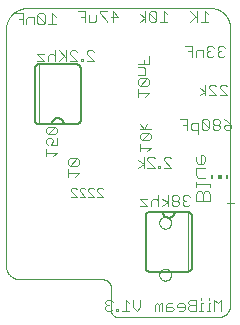
<source format=gbo>
G75*
%MOIN*%
%OFA0B0*%
%FSLAX25Y25*%
%IPPOS*%
%LPD*%
%AMOC8*
5,1,8,0,0,1.08239X$1,22.5*
%
%ADD10C,0.00000*%
%ADD11C,0.00300*%
%ADD12C,0.00400*%
%ADD13C,0.00600*%
%ADD14C,0.00200*%
%ADD15R,0.00591X0.01181*%
%ADD16R,0.01181X0.01181*%
D10*
X0016292Y0013630D02*
X0043885Y0013630D01*
X0043986Y0013628D01*
X0044087Y0013622D01*
X0044188Y0013613D01*
X0044288Y0013599D01*
X0044388Y0013582D01*
X0044487Y0013561D01*
X0044585Y0013536D01*
X0044682Y0013507D01*
X0044778Y0013475D01*
X0044872Y0013439D01*
X0044965Y0013399D01*
X0045057Y0013356D01*
X0045147Y0013309D01*
X0045235Y0013259D01*
X0045321Y0013206D01*
X0045404Y0013149D01*
X0045486Y0013089D01*
X0045565Y0013027D01*
X0045642Y0012961D01*
X0045716Y0012892D01*
X0045788Y0012820D01*
X0045857Y0012746D01*
X0045923Y0012669D01*
X0045985Y0012590D01*
X0046045Y0012508D01*
X0046102Y0012425D01*
X0046155Y0012339D01*
X0046205Y0012251D01*
X0046252Y0012161D01*
X0046295Y0012069D01*
X0046335Y0011976D01*
X0046371Y0011882D01*
X0046403Y0011786D01*
X0046432Y0011689D01*
X0046457Y0011591D01*
X0046478Y0011492D01*
X0046495Y0011392D01*
X0046509Y0011292D01*
X0046518Y0011191D01*
X0046524Y0011090D01*
X0046526Y0010989D01*
X0046526Y0003552D01*
X0046525Y0003552D02*
X0046527Y0003453D01*
X0046533Y0003354D01*
X0046542Y0003256D01*
X0046556Y0003158D01*
X0046573Y0003060D01*
X0046595Y0002963D01*
X0046620Y0002868D01*
X0046648Y0002773D01*
X0046681Y0002679D01*
X0046717Y0002587D01*
X0046757Y0002497D01*
X0046800Y0002407D01*
X0046846Y0002320D01*
X0046896Y0002235D01*
X0046950Y0002151D01*
X0047006Y0002070D01*
X0047066Y0001991D01*
X0047129Y0001915D01*
X0047195Y0001841D01*
X0047263Y0001769D01*
X0047335Y0001701D01*
X0047409Y0001635D01*
X0047485Y0001572D01*
X0047564Y0001512D01*
X0047645Y0001456D01*
X0047729Y0001402D01*
X0047814Y0001352D01*
X0047901Y0001306D01*
X0047991Y0001263D01*
X0048081Y0001223D01*
X0048173Y0001187D01*
X0048267Y0001154D01*
X0048362Y0001126D01*
X0048457Y0001101D01*
X0048554Y0001079D01*
X0048652Y0001062D01*
X0048750Y0001048D01*
X0048848Y0001039D01*
X0048947Y0001033D01*
X0049046Y0001031D01*
X0082588Y0001031D01*
X0082714Y0001045D01*
X0082839Y0001063D01*
X0082964Y0001085D01*
X0083088Y0001110D01*
X0083211Y0001140D01*
X0083333Y0001173D01*
X0083455Y0001210D01*
X0083575Y0001251D01*
X0083693Y0001295D01*
X0083811Y0001343D01*
X0083926Y0001395D01*
X0084040Y0001450D01*
X0084153Y0001508D01*
X0084263Y0001570D01*
X0084372Y0001636D01*
X0084478Y0001704D01*
X0084583Y0001776D01*
X0084685Y0001852D01*
X0084784Y0001930D01*
X0084881Y0002011D01*
X0084976Y0002095D01*
X0085068Y0002182D01*
X0085157Y0002272D01*
X0085244Y0002365D01*
X0085327Y0002460D01*
X0085408Y0002558D01*
X0085486Y0002658D01*
X0085560Y0002761D01*
X0085631Y0002865D01*
X0085699Y0002972D01*
X0085764Y0003081D01*
X0085825Y0003192D01*
X0085883Y0003305D01*
X0085937Y0003419D01*
X0085988Y0003535D01*
X0086035Y0003653D01*
X0086079Y0003772D01*
X0086119Y0003892D01*
X0086155Y0004014D01*
X0086187Y0004136D01*
X0086216Y0004260D01*
X0086241Y0004384D01*
X0086261Y0004509D01*
X0086279Y0004635D01*
X0086292Y0004761D01*
X0086301Y0004887D01*
X0086306Y0005013D01*
X0086308Y0005140D01*
X0086306Y0005267D01*
X0086299Y0005393D01*
X0086289Y0005520D01*
X0086289Y0097463D01*
X0086287Y0097624D01*
X0086281Y0097786D01*
X0086271Y0097947D01*
X0086258Y0098108D01*
X0086240Y0098268D01*
X0086219Y0098428D01*
X0086194Y0098587D01*
X0086165Y0098746D01*
X0086132Y0098904D01*
X0086095Y0099061D01*
X0086054Y0099218D01*
X0086010Y0099373D01*
X0085962Y0099527D01*
X0085910Y0099680D01*
X0085855Y0099831D01*
X0085796Y0099982D01*
X0085733Y0100130D01*
X0085667Y0100278D01*
X0085597Y0100423D01*
X0085524Y0100567D01*
X0085447Y0100709D01*
X0085367Y0100849D01*
X0085284Y0100987D01*
X0085197Y0101123D01*
X0085107Y0101257D01*
X0085013Y0101389D01*
X0084917Y0101518D01*
X0084817Y0101645D01*
X0084715Y0101770D01*
X0084609Y0101892D01*
X0084501Y0102012D01*
X0084389Y0102128D01*
X0084275Y0102242D01*
X0084159Y0102354D01*
X0084039Y0102462D01*
X0083917Y0102568D01*
X0083792Y0102670D01*
X0083665Y0102770D01*
X0083536Y0102866D01*
X0083404Y0102960D01*
X0083270Y0103050D01*
X0083134Y0103137D01*
X0082996Y0103220D01*
X0082856Y0103300D01*
X0082714Y0103377D01*
X0082570Y0103450D01*
X0082425Y0103520D01*
X0082277Y0103586D01*
X0082129Y0103649D01*
X0081978Y0103708D01*
X0081827Y0103763D01*
X0081674Y0103815D01*
X0081520Y0103863D01*
X0081365Y0103907D01*
X0081208Y0103948D01*
X0081051Y0103985D01*
X0080893Y0104018D01*
X0080734Y0104047D01*
X0080575Y0104072D01*
X0080415Y0104093D01*
X0080255Y0104111D01*
X0080094Y0104124D01*
X0079933Y0104134D01*
X0079771Y0104140D01*
X0079610Y0104142D01*
X0018866Y0104142D01*
X0018866Y0104141D02*
X0018688Y0104139D01*
X0018509Y0104132D01*
X0018331Y0104122D01*
X0018154Y0104107D01*
X0017976Y0104087D01*
X0017800Y0104064D01*
X0017624Y0104036D01*
X0017448Y0104004D01*
X0017274Y0103967D01*
X0017100Y0103927D01*
X0016927Y0103882D01*
X0016756Y0103833D01*
X0016585Y0103780D01*
X0016417Y0103723D01*
X0016249Y0103661D01*
X0016083Y0103596D01*
X0015919Y0103527D01*
X0015756Y0103454D01*
X0015595Y0103377D01*
X0015436Y0103296D01*
X0015279Y0103211D01*
X0015125Y0103122D01*
X0014972Y0103030D01*
X0014822Y0102934D01*
X0014674Y0102835D01*
X0014528Y0102732D01*
X0014385Y0102625D01*
X0014245Y0102515D01*
X0014107Y0102402D01*
X0013972Y0102285D01*
X0013840Y0102165D01*
X0013711Y0102042D01*
X0013585Y0101916D01*
X0013462Y0101787D01*
X0013342Y0101655D01*
X0013225Y0101520D01*
X0013112Y0101382D01*
X0013002Y0101242D01*
X0012895Y0101099D01*
X0012792Y0100953D01*
X0012693Y0100805D01*
X0012597Y0100655D01*
X0012505Y0100502D01*
X0012416Y0100348D01*
X0012331Y0100191D01*
X0012250Y0100032D01*
X0012173Y0099871D01*
X0012100Y0099708D01*
X0012031Y0099544D01*
X0011966Y0099378D01*
X0011904Y0099210D01*
X0011847Y0099042D01*
X0011794Y0098871D01*
X0011745Y0098700D01*
X0011700Y0098527D01*
X0011660Y0098353D01*
X0011623Y0098179D01*
X0011591Y0098003D01*
X0011563Y0097827D01*
X0011540Y0097651D01*
X0011520Y0097473D01*
X0011505Y0097296D01*
X0011495Y0097118D01*
X0011488Y0096939D01*
X0011486Y0096761D01*
X0011486Y0018436D01*
X0011488Y0018299D01*
X0011494Y0018162D01*
X0011504Y0018025D01*
X0011517Y0017888D01*
X0011535Y0017752D01*
X0011556Y0017616D01*
X0011582Y0017482D01*
X0011611Y0017347D01*
X0011644Y0017214D01*
X0011681Y0017082D01*
X0011721Y0016951D01*
X0011765Y0016821D01*
X0011813Y0016692D01*
X0011865Y0016565D01*
X0011920Y0016440D01*
X0011979Y0016315D01*
X0012041Y0016193D01*
X0012107Y0016073D01*
X0012176Y0015954D01*
X0012249Y0015838D01*
X0012325Y0015723D01*
X0012404Y0015611D01*
X0012486Y0015501D01*
X0012571Y0015394D01*
X0012660Y0015289D01*
X0012751Y0015186D01*
X0012845Y0015087D01*
X0012943Y0014989D01*
X0013042Y0014895D01*
X0013145Y0014804D01*
X0013250Y0014715D01*
X0013357Y0014630D01*
X0013467Y0014548D01*
X0013579Y0014469D01*
X0013694Y0014393D01*
X0013810Y0014320D01*
X0013929Y0014251D01*
X0014049Y0014185D01*
X0014171Y0014123D01*
X0014296Y0014064D01*
X0014421Y0014009D01*
X0014548Y0013957D01*
X0014677Y0013909D01*
X0014807Y0013865D01*
X0014938Y0013825D01*
X0015070Y0013788D01*
X0015203Y0013755D01*
X0015338Y0013726D01*
X0015472Y0013700D01*
X0015608Y0013679D01*
X0015744Y0013661D01*
X0015881Y0013648D01*
X0016018Y0013638D01*
X0016155Y0013632D01*
X0016292Y0013630D01*
X0062667Y0015205D02*
X0062669Y0015293D01*
X0062675Y0015381D01*
X0062685Y0015469D01*
X0062699Y0015557D01*
X0062716Y0015643D01*
X0062738Y0015729D01*
X0062763Y0015813D01*
X0062793Y0015897D01*
X0062825Y0015979D01*
X0062862Y0016059D01*
X0062902Y0016138D01*
X0062946Y0016215D01*
X0062993Y0016290D01*
X0063043Y0016362D01*
X0063097Y0016433D01*
X0063153Y0016500D01*
X0063213Y0016566D01*
X0063275Y0016628D01*
X0063341Y0016688D01*
X0063408Y0016744D01*
X0063479Y0016798D01*
X0063551Y0016848D01*
X0063626Y0016895D01*
X0063703Y0016939D01*
X0063782Y0016979D01*
X0063862Y0017016D01*
X0063944Y0017048D01*
X0064028Y0017078D01*
X0064112Y0017103D01*
X0064198Y0017125D01*
X0064284Y0017142D01*
X0064372Y0017156D01*
X0064460Y0017166D01*
X0064548Y0017172D01*
X0064636Y0017174D01*
X0064724Y0017172D01*
X0064812Y0017166D01*
X0064900Y0017156D01*
X0064988Y0017142D01*
X0065074Y0017125D01*
X0065160Y0017103D01*
X0065244Y0017078D01*
X0065328Y0017048D01*
X0065410Y0017016D01*
X0065490Y0016979D01*
X0065569Y0016939D01*
X0065646Y0016895D01*
X0065721Y0016848D01*
X0065793Y0016798D01*
X0065864Y0016744D01*
X0065931Y0016688D01*
X0065997Y0016628D01*
X0066059Y0016566D01*
X0066119Y0016500D01*
X0066175Y0016433D01*
X0066229Y0016362D01*
X0066279Y0016290D01*
X0066326Y0016215D01*
X0066370Y0016138D01*
X0066410Y0016059D01*
X0066447Y0015979D01*
X0066479Y0015897D01*
X0066509Y0015813D01*
X0066534Y0015729D01*
X0066556Y0015643D01*
X0066573Y0015557D01*
X0066587Y0015469D01*
X0066597Y0015381D01*
X0066603Y0015293D01*
X0066605Y0015205D01*
X0066603Y0015117D01*
X0066597Y0015029D01*
X0066587Y0014941D01*
X0066573Y0014853D01*
X0066556Y0014767D01*
X0066534Y0014681D01*
X0066509Y0014597D01*
X0066479Y0014513D01*
X0066447Y0014431D01*
X0066410Y0014351D01*
X0066370Y0014272D01*
X0066326Y0014195D01*
X0066279Y0014120D01*
X0066229Y0014048D01*
X0066175Y0013977D01*
X0066119Y0013910D01*
X0066059Y0013844D01*
X0065997Y0013782D01*
X0065931Y0013722D01*
X0065864Y0013666D01*
X0065793Y0013612D01*
X0065721Y0013562D01*
X0065646Y0013515D01*
X0065569Y0013471D01*
X0065490Y0013431D01*
X0065410Y0013394D01*
X0065328Y0013362D01*
X0065244Y0013332D01*
X0065160Y0013307D01*
X0065074Y0013285D01*
X0064988Y0013268D01*
X0064900Y0013254D01*
X0064812Y0013244D01*
X0064724Y0013238D01*
X0064636Y0013236D01*
X0064548Y0013238D01*
X0064460Y0013244D01*
X0064372Y0013254D01*
X0064284Y0013268D01*
X0064198Y0013285D01*
X0064112Y0013307D01*
X0064028Y0013332D01*
X0063944Y0013362D01*
X0063862Y0013394D01*
X0063782Y0013431D01*
X0063703Y0013471D01*
X0063626Y0013515D01*
X0063551Y0013562D01*
X0063479Y0013612D01*
X0063408Y0013666D01*
X0063341Y0013722D01*
X0063275Y0013782D01*
X0063213Y0013844D01*
X0063153Y0013910D01*
X0063097Y0013977D01*
X0063043Y0014048D01*
X0062993Y0014120D01*
X0062946Y0014195D01*
X0062902Y0014272D01*
X0062862Y0014351D01*
X0062825Y0014431D01*
X0062793Y0014513D01*
X0062763Y0014597D01*
X0062738Y0014681D01*
X0062716Y0014767D01*
X0062699Y0014853D01*
X0062685Y0014941D01*
X0062675Y0015029D01*
X0062669Y0015117D01*
X0062667Y0015205D01*
X0062667Y0032528D02*
X0062669Y0032616D01*
X0062675Y0032704D01*
X0062685Y0032792D01*
X0062699Y0032880D01*
X0062716Y0032966D01*
X0062738Y0033052D01*
X0062763Y0033136D01*
X0062793Y0033220D01*
X0062825Y0033302D01*
X0062862Y0033382D01*
X0062902Y0033461D01*
X0062946Y0033538D01*
X0062993Y0033613D01*
X0063043Y0033685D01*
X0063097Y0033756D01*
X0063153Y0033823D01*
X0063213Y0033889D01*
X0063275Y0033951D01*
X0063341Y0034011D01*
X0063408Y0034067D01*
X0063479Y0034121D01*
X0063551Y0034171D01*
X0063626Y0034218D01*
X0063703Y0034262D01*
X0063782Y0034302D01*
X0063862Y0034339D01*
X0063944Y0034371D01*
X0064028Y0034401D01*
X0064112Y0034426D01*
X0064198Y0034448D01*
X0064284Y0034465D01*
X0064372Y0034479D01*
X0064460Y0034489D01*
X0064548Y0034495D01*
X0064636Y0034497D01*
X0064724Y0034495D01*
X0064812Y0034489D01*
X0064900Y0034479D01*
X0064988Y0034465D01*
X0065074Y0034448D01*
X0065160Y0034426D01*
X0065244Y0034401D01*
X0065328Y0034371D01*
X0065410Y0034339D01*
X0065490Y0034302D01*
X0065569Y0034262D01*
X0065646Y0034218D01*
X0065721Y0034171D01*
X0065793Y0034121D01*
X0065864Y0034067D01*
X0065931Y0034011D01*
X0065997Y0033951D01*
X0066059Y0033889D01*
X0066119Y0033823D01*
X0066175Y0033756D01*
X0066229Y0033685D01*
X0066279Y0033613D01*
X0066326Y0033538D01*
X0066370Y0033461D01*
X0066410Y0033382D01*
X0066447Y0033302D01*
X0066479Y0033220D01*
X0066509Y0033136D01*
X0066534Y0033052D01*
X0066556Y0032966D01*
X0066573Y0032880D01*
X0066587Y0032792D01*
X0066597Y0032704D01*
X0066603Y0032616D01*
X0066605Y0032528D01*
X0066603Y0032440D01*
X0066597Y0032352D01*
X0066587Y0032264D01*
X0066573Y0032176D01*
X0066556Y0032090D01*
X0066534Y0032004D01*
X0066509Y0031920D01*
X0066479Y0031836D01*
X0066447Y0031754D01*
X0066410Y0031674D01*
X0066370Y0031595D01*
X0066326Y0031518D01*
X0066279Y0031443D01*
X0066229Y0031371D01*
X0066175Y0031300D01*
X0066119Y0031233D01*
X0066059Y0031167D01*
X0065997Y0031105D01*
X0065931Y0031045D01*
X0065864Y0030989D01*
X0065793Y0030935D01*
X0065721Y0030885D01*
X0065646Y0030838D01*
X0065569Y0030794D01*
X0065490Y0030754D01*
X0065410Y0030717D01*
X0065328Y0030685D01*
X0065244Y0030655D01*
X0065160Y0030630D01*
X0065074Y0030608D01*
X0064988Y0030591D01*
X0064900Y0030577D01*
X0064812Y0030567D01*
X0064724Y0030561D01*
X0064636Y0030559D01*
X0064548Y0030561D01*
X0064460Y0030567D01*
X0064372Y0030577D01*
X0064284Y0030591D01*
X0064198Y0030608D01*
X0064112Y0030630D01*
X0064028Y0030655D01*
X0063944Y0030685D01*
X0063862Y0030717D01*
X0063782Y0030754D01*
X0063703Y0030794D01*
X0063626Y0030838D01*
X0063551Y0030885D01*
X0063479Y0030935D01*
X0063408Y0030989D01*
X0063341Y0031045D01*
X0063275Y0031105D01*
X0063213Y0031167D01*
X0063153Y0031233D01*
X0063097Y0031300D01*
X0063043Y0031371D01*
X0062993Y0031443D01*
X0062946Y0031518D01*
X0062902Y0031595D01*
X0062862Y0031674D01*
X0062825Y0031754D01*
X0062793Y0031836D01*
X0062763Y0031920D01*
X0062738Y0032004D01*
X0062716Y0032090D01*
X0062699Y0032176D01*
X0062685Y0032264D01*
X0062675Y0032352D01*
X0062669Y0032440D01*
X0062667Y0032528D01*
D11*
X0062345Y0050882D02*
X0062962Y0050882D01*
X0062962Y0051499D01*
X0062345Y0051499D01*
X0062345Y0050882D01*
X0061120Y0050882D02*
X0058651Y0053351D01*
X0058651Y0053968D01*
X0059269Y0054585D01*
X0060503Y0054585D01*
X0061120Y0053968D01*
X0064176Y0053968D02*
X0064793Y0054585D01*
X0066028Y0054585D01*
X0066645Y0053968D01*
X0064176Y0053968D02*
X0064176Y0053351D01*
X0066645Y0050882D01*
X0064176Y0050882D01*
X0061120Y0050882D02*
X0058651Y0050882D01*
X0057437Y0050882D02*
X0057437Y0054585D01*
X0058688Y0056376D02*
X0059922Y0057610D01*
X0056219Y0057610D01*
X0056219Y0056376D02*
X0056219Y0058845D01*
X0056836Y0060059D02*
X0056219Y0060676D01*
X0056219Y0061911D01*
X0056836Y0062528D01*
X0059305Y0062528D01*
X0056836Y0060059D01*
X0059305Y0060059D01*
X0059922Y0060676D01*
X0059922Y0061911D01*
X0059305Y0062528D01*
X0059922Y0063742D02*
X0056219Y0063742D01*
X0057453Y0063742D02*
X0056219Y0065594D01*
X0057453Y0063742D02*
X0058688Y0065594D01*
X0058042Y0074528D02*
X0059276Y0075762D01*
X0055573Y0075762D01*
X0055573Y0074528D02*
X0055573Y0076997D01*
X0056190Y0078211D02*
X0058659Y0080680D01*
X0056190Y0080680D01*
X0055573Y0080063D01*
X0055573Y0078828D01*
X0056190Y0078211D01*
X0058659Y0078211D01*
X0059276Y0078828D01*
X0059276Y0080063D01*
X0058659Y0080680D01*
X0058042Y0081894D02*
X0058042Y0083746D01*
X0057425Y0084363D01*
X0055573Y0084363D01*
X0055573Y0085577D02*
X0059276Y0085577D01*
X0059276Y0088046D01*
X0057425Y0086812D02*
X0057425Y0085577D01*
X0058042Y0081894D02*
X0055573Y0081894D01*
X0047170Y0099307D02*
X0047170Y0103011D01*
X0049022Y0101159D01*
X0046553Y0101159D01*
X0045338Y0099925D02*
X0045338Y0099307D01*
X0045338Y0099925D02*
X0042870Y0102393D01*
X0042870Y0103011D01*
X0045338Y0103011D01*
X0041655Y0101776D02*
X0041655Y0099925D01*
X0041038Y0099307D01*
X0039187Y0099307D01*
X0039187Y0101776D01*
X0037972Y0101159D02*
X0036738Y0101159D01*
X0037972Y0099307D02*
X0037972Y0103011D01*
X0035503Y0103011D01*
X0028147Y0101131D02*
X0026913Y0102365D01*
X0026913Y0098662D01*
X0028147Y0098662D02*
X0025678Y0098662D01*
X0024464Y0099279D02*
X0023847Y0098662D01*
X0022613Y0098662D01*
X0021995Y0099279D01*
X0021995Y0101748D01*
X0024464Y0099279D01*
X0024464Y0101748D01*
X0023847Y0102365D01*
X0022613Y0102365D01*
X0021995Y0101748D01*
X0020781Y0101131D02*
X0018929Y0101131D01*
X0018312Y0100513D01*
X0018312Y0098662D01*
X0017098Y0098662D02*
X0017098Y0102365D01*
X0014629Y0102365D01*
X0015863Y0100513D02*
X0017098Y0100513D01*
X0020781Y0101131D02*
X0020781Y0098662D01*
X0032820Y0054042D02*
X0032203Y0053425D01*
X0032203Y0052190D01*
X0032820Y0051573D01*
X0035289Y0054042D01*
X0032820Y0054042D01*
X0032820Y0051573D02*
X0035289Y0051573D01*
X0035906Y0052190D01*
X0035906Y0053425D01*
X0035289Y0054042D01*
X0032203Y0050359D02*
X0032203Y0047890D01*
X0032203Y0049124D02*
X0035906Y0049124D01*
X0034672Y0047890D01*
X0034602Y0044154D02*
X0033635Y0044154D01*
X0033151Y0043670D01*
X0033151Y0043186D01*
X0035086Y0041251D01*
X0033151Y0041251D01*
X0036097Y0041251D02*
X0038032Y0041251D01*
X0036097Y0043186D01*
X0036097Y0043670D01*
X0036581Y0044154D01*
X0037549Y0044154D01*
X0038032Y0043670D01*
X0039044Y0043670D02*
X0039044Y0043186D01*
X0040979Y0041251D01*
X0039044Y0041251D01*
X0039044Y0043670D02*
X0039528Y0044154D01*
X0040495Y0044154D01*
X0040979Y0043670D01*
X0041990Y0043670D02*
X0041990Y0043186D01*
X0043925Y0041251D01*
X0041990Y0041251D01*
X0041990Y0043670D02*
X0042474Y0044154D01*
X0043442Y0044154D01*
X0043925Y0043670D01*
X0035086Y0043670D02*
X0034602Y0044154D01*
X0055585Y0050882D02*
X0057437Y0052117D01*
X0055585Y0053351D01*
X0085127Y0039096D02*
X0087596Y0039096D01*
X0086362Y0040330D02*
X0086362Y0037862D01*
X0079083Y0007470D02*
X0079083Y0006853D01*
X0079083Y0005619D02*
X0079083Y0003150D01*
X0079700Y0003150D02*
X0078466Y0003150D01*
X0077245Y0003150D02*
X0076011Y0003150D01*
X0076628Y0003150D02*
X0076628Y0005619D01*
X0077245Y0005619D01*
X0076628Y0006853D02*
X0076628Y0007470D01*
X0074789Y0006853D02*
X0072938Y0006853D01*
X0072321Y0006236D01*
X0072321Y0005619D01*
X0072938Y0005002D01*
X0074789Y0005002D01*
X0072938Y0005002D02*
X0072321Y0004384D01*
X0072321Y0003767D01*
X0072938Y0003150D01*
X0074789Y0003150D01*
X0074789Y0006853D01*
X0071106Y0005002D02*
X0071106Y0003767D01*
X0070489Y0003150D01*
X0069255Y0003150D01*
X0068638Y0004384D02*
X0071106Y0004384D01*
X0071106Y0005002D02*
X0070489Y0005619D01*
X0069255Y0005619D01*
X0068638Y0005002D01*
X0068638Y0004384D01*
X0067423Y0003767D02*
X0066806Y0004384D01*
X0064954Y0004384D01*
X0064954Y0005002D02*
X0064954Y0003150D01*
X0066806Y0003150D01*
X0067423Y0003767D01*
X0066806Y0005619D02*
X0065572Y0005619D01*
X0064954Y0005002D01*
X0063740Y0005619D02*
X0063123Y0005619D01*
X0062506Y0005002D01*
X0061888Y0005619D01*
X0061271Y0005002D01*
X0061271Y0003150D01*
X0062506Y0003150D02*
X0062506Y0005002D01*
X0063740Y0005619D02*
X0063740Y0003150D01*
X0056374Y0004384D02*
X0055139Y0003150D01*
X0053905Y0004384D01*
X0053905Y0006853D01*
X0052691Y0005619D02*
X0051456Y0006853D01*
X0051456Y0003150D01*
X0050222Y0003150D02*
X0052691Y0003150D01*
X0049007Y0003150D02*
X0048390Y0003150D01*
X0048390Y0003767D01*
X0049007Y0003767D01*
X0049007Y0003150D01*
X0047166Y0003767D02*
X0046549Y0003150D01*
X0045314Y0003150D01*
X0044697Y0003767D01*
X0044697Y0004384D01*
X0045314Y0005002D01*
X0045931Y0005002D01*
X0045314Y0005002D02*
X0044697Y0005619D01*
X0044697Y0006236D01*
X0045314Y0006853D01*
X0046549Y0006853D01*
X0047166Y0006236D01*
X0056374Y0006853D02*
X0056374Y0004384D01*
X0079083Y0005619D02*
X0079700Y0005619D01*
X0080915Y0006853D02*
X0080915Y0003150D01*
X0083383Y0003150D02*
X0083383Y0006853D01*
X0082149Y0005619D01*
X0080915Y0006853D01*
D12*
X0072229Y0038094D02*
X0071028Y0038094D01*
X0070427Y0038694D01*
X0070427Y0039295D01*
X0071028Y0039895D01*
X0071629Y0039895D01*
X0071028Y0039895D02*
X0070427Y0040496D01*
X0070427Y0041096D01*
X0071028Y0041697D01*
X0072229Y0041697D01*
X0072830Y0041096D01*
X0074915Y0042234D02*
X0074915Y0039932D01*
X0079518Y0039932D01*
X0079518Y0042234D01*
X0078751Y0043002D01*
X0077984Y0043002D01*
X0077217Y0042234D01*
X0077217Y0039932D01*
X0077217Y0042234D02*
X0076449Y0043002D01*
X0075682Y0043002D01*
X0074915Y0042234D01*
X0074915Y0044536D02*
X0074915Y0046071D01*
X0074915Y0045304D02*
X0079518Y0045304D01*
X0079518Y0044536D01*
X0077984Y0047605D02*
X0075682Y0047605D01*
X0074915Y0048373D01*
X0074915Y0050675D01*
X0077984Y0050675D01*
X0077217Y0052209D02*
X0075682Y0052209D01*
X0074915Y0052977D01*
X0074915Y0054511D01*
X0076449Y0055279D02*
X0076449Y0052209D01*
X0077217Y0052209D02*
X0077984Y0052977D01*
X0077984Y0054511D01*
X0077217Y0055279D01*
X0076449Y0055279D01*
X0075511Y0062239D02*
X0075511Y0065842D01*
X0073709Y0065842D01*
X0073109Y0065242D01*
X0073109Y0064041D01*
X0073709Y0063440D01*
X0075511Y0063440D01*
X0076792Y0064041D02*
X0077392Y0063440D01*
X0078593Y0063440D01*
X0079194Y0064041D01*
X0076792Y0066443D01*
X0076792Y0064041D01*
X0076792Y0066443D02*
X0077392Y0067043D01*
X0078593Y0067043D01*
X0079194Y0066443D01*
X0079194Y0064041D01*
X0080475Y0064041D02*
X0081076Y0063440D01*
X0082277Y0063440D01*
X0082877Y0064041D01*
X0082877Y0064641D01*
X0082277Y0065242D01*
X0081076Y0065242D01*
X0080475Y0064641D01*
X0080475Y0064041D01*
X0081076Y0065242D02*
X0080475Y0065842D01*
X0080475Y0066443D01*
X0081076Y0067043D01*
X0082277Y0067043D01*
X0082877Y0066443D01*
X0082877Y0065842D01*
X0082277Y0065242D01*
X0084158Y0064641D02*
X0084759Y0065242D01*
X0086560Y0065242D01*
X0086560Y0064041D01*
X0085960Y0063440D01*
X0084759Y0063440D01*
X0084158Y0064041D01*
X0084158Y0064641D01*
X0085359Y0066443D02*
X0084158Y0067043D01*
X0085359Y0066443D02*
X0086560Y0065242D01*
X0085247Y0074991D02*
X0082845Y0074991D01*
X0081564Y0074991D02*
X0079162Y0077393D01*
X0079162Y0077994D01*
X0079762Y0078594D01*
X0080963Y0078594D01*
X0081564Y0077994D01*
X0082845Y0077994D02*
X0082845Y0077393D01*
X0085247Y0074991D01*
X0085247Y0077994D02*
X0084646Y0078594D01*
X0083445Y0078594D01*
X0082845Y0077994D01*
X0081564Y0074991D02*
X0079162Y0074991D01*
X0077881Y0074991D02*
X0077881Y0078594D01*
X0076079Y0077393D02*
X0077881Y0076192D01*
X0076079Y0074991D01*
X0071828Y0067043D02*
X0069426Y0067043D01*
X0070627Y0065242D02*
X0071828Y0065242D01*
X0071828Y0067043D02*
X0071828Y0063440D01*
X0068546Y0041697D02*
X0067345Y0041697D01*
X0066744Y0041096D01*
X0066744Y0040496D01*
X0067345Y0039895D01*
X0068546Y0039895D01*
X0069146Y0040496D01*
X0069146Y0041096D01*
X0068546Y0041697D01*
X0068546Y0039895D02*
X0069146Y0039295D01*
X0069146Y0038694D01*
X0068546Y0038094D01*
X0067345Y0038094D01*
X0066744Y0038694D01*
X0066744Y0039295D01*
X0067345Y0039895D01*
X0065463Y0039295D02*
X0063662Y0040496D01*
X0062394Y0039895D02*
X0061793Y0040496D01*
X0060592Y0040496D01*
X0059992Y0039895D01*
X0059992Y0038094D01*
X0058711Y0038094D02*
X0056309Y0038094D01*
X0056309Y0040496D02*
X0058711Y0038094D01*
X0058711Y0040496D02*
X0056309Y0040496D01*
X0062394Y0041697D02*
X0062394Y0038094D01*
X0063662Y0038094D02*
X0065463Y0039295D01*
X0065463Y0038094D02*
X0065463Y0041697D01*
X0072229Y0038094D02*
X0072830Y0038694D01*
X0040866Y0086354D02*
X0038464Y0086354D01*
X0037183Y0086354D02*
X0036583Y0086354D01*
X0036583Y0086954D01*
X0037183Y0086954D01*
X0037183Y0086354D01*
X0035342Y0086354D02*
X0032940Y0088756D01*
X0032940Y0089356D01*
X0033540Y0089957D01*
X0034741Y0089957D01*
X0035342Y0089356D01*
X0035342Y0086354D02*
X0032940Y0086354D01*
X0031659Y0086354D02*
X0031659Y0089957D01*
X0031058Y0088155D02*
X0029256Y0086354D01*
X0027975Y0086354D02*
X0027975Y0089957D01*
X0027375Y0088756D02*
X0026174Y0088756D01*
X0025573Y0088155D01*
X0025573Y0086354D01*
X0024292Y0086354D02*
X0021890Y0086354D01*
X0021890Y0088756D02*
X0024292Y0086354D01*
X0024292Y0088756D02*
X0021890Y0088756D01*
X0027375Y0088756D02*
X0027975Y0088155D01*
X0029256Y0089957D02*
X0031659Y0087555D01*
X0038464Y0088756D02*
X0038464Y0089356D01*
X0039065Y0089957D01*
X0040266Y0089957D01*
X0040866Y0089356D01*
X0038464Y0088756D02*
X0040866Y0086354D01*
X0056213Y0099613D02*
X0058015Y0100814D01*
X0056213Y0102015D01*
X0058015Y0103216D02*
X0058015Y0099613D01*
X0059296Y0100214D02*
X0059896Y0099613D01*
X0061097Y0099613D01*
X0061698Y0100214D01*
X0059296Y0102616D01*
X0059296Y0100214D01*
X0061698Y0100214D02*
X0061698Y0102616D01*
X0061097Y0103216D01*
X0059896Y0103216D01*
X0059296Y0102616D01*
X0062979Y0099613D02*
X0065381Y0099613D01*
X0064180Y0099613D02*
X0064180Y0103216D01*
X0065381Y0102015D01*
X0072974Y0103216D02*
X0075376Y0100814D01*
X0074776Y0101415D02*
X0072974Y0099613D01*
X0075376Y0099613D02*
X0075376Y0103216D01*
X0077859Y0103216D02*
X0077859Y0099613D01*
X0079060Y0099613D02*
X0076658Y0099613D01*
X0079060Y0102015D02*
X0077859Y0103216D01*
X0079046Y0091453D02*
X0078445Y0090852D01*
X0078445Y0090252D01*
X0079046Y0089651D01*
X0078445Y0089051D01*
X0078445Y0088450D01*
X0079046Y0087850D01*
X0080247Y0087850D01*
X0080847Y0088450D01*
X0082129Y0088450D02*
X0082729Y0087850D01*
X0083930Y0087850D01*
X0084531Y0088450D01*
X0083330Y0089651D02*
X0082729Y0089651D01*
X0082129Y0089051D01*
X0082129Y0088450D01*
X0082729Y0089651D02*
X0082129Y0090252D01*
X0082129Y0090852D01*
X0082729Y0091453D01*
X0083930Y0091453D01*
X0084531Y0090852D01*
X0080847Y0090852D02*
X0080247Y0091453D01*
X0079046Y0091453D01*
X0079046Y0089651D02*
X0079646Y0089651D01*
X0077164Y0090252D02*
X0077164Y0087850D01*
X0077164Y0090252D02*
X0075363Y0090252D01*
X0074762Y0089651D01*
X0074762Y0087850D01*
X0073481Y0087850D02*
X0073481Y0091453D01*
X0071079Y0091453D01*
X0072280Y0089651D02*
X0073481Y0089651D01*
X0028459Y0063909D02*
X0028459Y0062708D01*
X0027858Y0062107D01*
X0025456Y0062107D01*
X0027858Y0064509D01*
X0025456Y0064509D01*
X0024856Y0063909D01*
X0024856Y0062708D01*
X0025456Y0062107D01*
X0025456Y0060826D02*
X0024856Y0060226D01*
X0024856Y0059025D01*
X0025456Y0058424D01*
X0026657Y0058424D02*
X0027258Y0059625D01*
X0027258Y0060226D01*
X0026657Y0060826D01*
X0025456Y0060826D01*
X0026657Y0058424D02*
X0028459Y0058424D01*
X0028459Y0060826D01*
X0028459Y0063909D02*
X0027858Y0064509D01*
X0024856Y0057143D02*
X0024856Y0054741D01*
X0024856Y0055942D02*
X0028459Y0055942D01*
X0027258Y0054741D01*
D13*
X0026809Y0065441D02*
X0026811Y0065529D01*
X0026817Y0065618D01*
X0026827Y0065706D01*
X0026840Y0065793D01*
X0026858Y0065880D01*
X0026879Y0065966D01*
X0026904Y0066051D01*
X0026933Y0066134D01*
X0026966Y0066217D01*
X0027002Y0066297D01*
X0027041Y0066376D01*
X0027084Y0066454D01*
X0027131Y0066529D01*
X0027181Y0066602D01*
X0027234Y0066673D01*
X0027290Y0066742D01*
X0027349Y0066808D01*
X0027411Y0066871D01*
X0027475Y0066931D01*
X0027542Y0066989D01*
X0027612Y0067043D01*
X0027684Y0067095D01*
X0027758Y0067143D01*
X0027835Y0067188D01*
X0027913Y0067229D01*
X0027993Y0067267D01*
X0028074Y0067301D01*
X0028157Y0067332D01*
X0028242Y0067359D01*
X0028327Y0067382D01*
X0028413Y0067401D01*
X0028501Y0067417D01*
X0028588Y0067429D01*
X0028676Y0067437D01*
X0028765Y0067441D01*
X0028853Y0067441D01*
X0028942Y0067437D01*
X0029030Y0067429D01*
X0029117Y0067417D01*
X0029205Y0067401D01*
X0029291Y0067382D01*
X0029376Y0067359D01*
X0029461Y0067332D01*
X0029544Y0067301D01*
X0029625Y0067267D01*
X0029705Y0067229D01*
X0029783Y0067188D01*
X0029860Y0067143D01*
X0029934Y0067095D01*
X0030006Y0067043D01*
X0030076Y0066989D01*
X0030143Y0066931D01*
X0030207Y0066871D01*
X0030269Y0066808D01*
X0030328Y0066742D01*
X0030384Y0066673D01*
X0030437Y0066602D01*
X0030487Y0066529D01*
X0030534Y0066454D01*
X0030577Y0066376D01*
X0030616Y0066297D01*
X0030652Y0066217D01*
X0030685Y0066134D01*
X0030714Y0066051D01*
X0030739Y0065966D01*
X0030760Y0065880D01*
X0030778Y0065793D01*
X0030791Y0065706D01*
X0030801Y0065618D01*
X0030807Y0065529D01*
X0030809Y0065441D01*
X0035009Y0065441D02*
X0022609Y0065441D01*
X0022533Y0065443D01*
X0022457Y0065449D01*
X0022382Y0065458D01*
X0022307Y0065472D01*
X0022233Y0065489D01*
X0022160Y0065510D01*
X0022088Y0065534D01*
X0022017Y0065563D01*
X0021948Y0065594D01*
X0021881Y0065629D01*
X0021816Y0065668D01*
X0021752Y0065710D01*
X0021691Y0065755D01*
X0021632Y0065803D01*
X0021576Y0065854D01*
X0021522Y0065908D01*
X0021471Y0065964D01*
X0021423Y0066023D01*
X0021378Y0066084D01*
X0021336Y0066148D01*
X0021297Y0066213D01*
X0021262Y0066280D01*
X0021231Y0066349D01*
X0021202Y0066420D01*
X0021178Y0066492D01*
X0021157Y0066565D01*
X0021140Y0066639D01*
X0021126Y0066714D01*
X0021117Y0066789D01*
X0021111Y0066865D01*
X0021109Y0066941D01*
X0021109Y0083941D01*
X0021111Y0084017D01*
X0021117Y0084093D01*
X0021126Y0084168D01*
X0021140Y0084243D01*
X0021157Y0084317D01*
X0021178Y0084390D01*
X0021202Y0084462D01*
X0021231Y0084533D01*
X0021262Y0084602D01*
X0021297Y0084669D01*
X0021336Y0084734D01*
X0021378Y0084798D01*
X0021423Y0084859D01*
X0021471Y0084918D01*
X0021522Y0084974D01*
X0021576Y0085028D01*
X0021632Y0085079D01*
X0021691Y0085127D01*
X0021752Y0085172D01*
X0021816Y0085214D01*
X0021881Y0085253D01*
X0021948Y0085288D01*
X0022017Y0085319D01*
X0022088Y0085348D01*
X0022160Y0085372D01*
X0022233Y0085393D01*
X0022307Y0085410D01*
X0022382Y0085424D01*
X0022457Y0085433D01*
X0022533Y0085439D01*
X0022609Y0085441D01*
X0035009Y0085441D01*
X0035085Y0085439D01*
X0035161Y0085433D01*
X0035236Y0085424D01*
X0035311Y0085410D01*
X0035385Y0085393D01*
X0035458Y0085372D01*
X0035530Y0085348D01*
X0035601Y0085319D01*
X0035670Y0085288D01*
X0035737Y0085253D01*
X0035802Y0085214D01*
X0035866Y0085172D01*
X0035927Y0085127D01*
X0035986Y0085079D01*
X0036042Y0085028D01*
X0036096Y0084974D01*
X0036147Y0084918D01*
X0036195Y0084859D01*
X0036240Y0084798D01*
X0036282Y0084734D01*
X0036321Y0084669D01*
X0036356Y0084602D01*
X0036387Y0084533D01*
X0036416Y0084462D01*
X0036440Y0084390D01*
X0036461Y0084317D01*
X0036478Y0084243D01*
X0036492Y0084168D01*
X0036501Y0084093D01*
X0036507Y0084017D01*
X0036509Y0083941D01*
X0036509Y0066941D01*
X0036507Y0066865D01*
X0036501Y0066789D01*
X0036492Y0066714D01*
X0036478Y0066639D01*
X0036461Y0066565D01*
X0036440Y0066492D01*
X0036416Y0066420D01*
X0036387Y0066349D01*
X0036356Y0066280D01*
X0036321Y0066213D01*
X0036282Y0066148D01*
X0036240Y0066084D01*
X0036195Y0066023D01*
X0036147Y0065964D01*
X0036096Y0065908D01*
X0036042Y0065854D01*
X0035986Y0065803D01*
X0035927Y0065755D01*
X0035866Y0065710D01*
X0035802Y0065668D01*
X0035737Y0065629D01*
X0035670Y0065594D01*
X0035601Y0065563D01*
X0035530Y0065534D01*
X0035458Y0065510D01*
X0035385Y0065489D01*
X0035311Y0065472D01*
X0035236Y0065458D01*
X0035161Y0065449D01*
X0035085Y0065443D01*
X0035009Y0065441D01*
X0059617Y0036228D02*
X0072017Y0036228D01*
X0072093Y0036226D01*
X0072169Y0036220D01*
X0072244Y0036211D01*
X0072319Y0036197D01*
X0072393Y0036180D01*
X0072466Y0036159D01*
X0072538Y0036135D01*
X0072609Y0036106D01*
X0072678Y0036075D01*
X0072745Y0036040D01*
X0072810Y0036001D01*
X0072874Y0035959D01*
X0072935Y0035914D01*
X0072994Y0035866D01*
X0073050Y0035815D01*
X0073104Y0035761D01*
X0073155Y0035705D01*
X0073203Y0035646D01*
X0073248Y0035585D01*
X0073290Y0035521D01*
X0073329Y0035456D01*
X0073364Y0035389D01*
X0073395Y0035320D01*
X0073424Y0035249D01*
X0073448Y0035177D01*
X0073469Y0035104D01*
X0073486Y0035030D01*
X0073500Y0034955D01*
X0073509Y0034880D01*
X0073515Y0034804D01*
X0073517Y0034728D01*
X0073517Y0017728D01*
X0073515Y0017652D01*
X0073509Y0017576D01*
X0073500Y0017501D01*
X0073486Y0017426D01*
X0073469Y0017352D01*
X0073448Y0017279D01*
X0073424Y0017207D01*
X0073395Y0017136D01*
X0073364Y0017067D01*
X0073329Y0017000D01*
X0073290Y0016935D01*
X0073248Y0016871D01*
X0073203Y0016810D01*
X0073155Y0016751D01*
X0073104Y0016695D01*
X0073050Y0016641D01*
X0072994Y0016590D01*
X0072935Y0016542D01*
X0072874Y0016497D01*
X0072810Y0016455D01*
X0072745Y0016416D01*
X0072678Y0016381D01*
X0072609Y0016350D01*
X0072538Y0016321D01*
X0072466Y0016297D01*
X0072393Y0016276D01*
X0072319Y0016259D01*
X0072244Y0016245D01*
X0072169Y0016236D01*
X0072093Y0016230D01*
X0072017Y0016228D01*
X0059617Y0016228D01*
X0059541Y0016230D01*
X0059465Y0016236D01*
X0059390Y0016245D01*
X0059315Y0016259D01*
X0059241Y0016276D01*
X0059168Y0016297D01*
X0059096Y0016321D01*
X0059025Y0016350D01*
X0058956Y0016381D01*
X0058889Y0016416D01*
X0058824Y0016455D01*
X0058760Y0016497D01*
X0058699Y0016542D01*
X0058640Y0016590D01*
X0058584Y0016641D01*
X0058530Y0016695D01*
X0058479Y0016751D01*
X0058431Y0016810D01*
X0058386Y0016871D01*
X0058344Y0016935D01*
X0058305Y0017000D01*
X0058270Y0017067D01*
X0058239Y0017136D01*
X0058210Y0017207D01*
X0058186Y0017279D01*
X0058165Y0017352D01*
X0058148Y0017426D01*
X0058134Y0017501D01*
X0058125Y0017576D01*
X0058119Y0017652D01*
X0058117Y0017728D01*
X0058117Y0034728D01*
X0058119Y0034804D01*
X0058125Y0034880D01*
X0058134Y0034955D01*
X0058148Y0035030D01*
X0058165Y0035104D01*
X0058186Y0035177D01*
X0058210Y0035249D01*
X0058239Y0035320D01*
X0058270Y0035389D01*
X0058305Y0035456D01*
X0058344Y0035521D01*
X0058386Y0035585D01*
X0058431Y0035646D01*
X0058479Y0035705D01*
X0058530Y0035761D01*
X0058584Y0035815D01*
X0058640Y0035866D01*
X0058699Y0035914D01*
X0058760Y0035959D01*
X0058824Y0036001D01*
X0058889Y0036040D01*
X0058956Y0036075D01*
X0059025Y0036106D01*
X0059096Y0036135D01*
X0059168Y0036159D01*
X0059241Y0036180D01*
X0059315Y0036197D01*
X0059390Y0036211D01*
X0059465Y0036220D01*
X0059541Y0036226D01*
X0059617Y0036228D01*
X0063817Y0036228D02*
X0063819Y0036140D01*
X0063825Y0036051D01*
X0063835Y0035963D01*
X0063848Y0035876D01*
X0063866Y0035789D01*
X0063887Y0035703D01*
X0063912Y0035618D01*
X0063941Y0035535D01*
X0063974Y0035452D01*
X0064010Y0035372D01*
X0064049Y0035293D01*
X0064092Y0035215D01*
X0064139Y0035140D01*
X0064189Y0035067D01*
X0064242Y0034996D01*
X0064298Y0034927D01*
X0064357Y0034861D01*
X0064419Y0034798D01*
X0064483Y0034738D01*
X0064550Y0034680D01*
X0064620Y0034626D01*
X0064692Y0034574D01*
X0064766Y0034526D01*
X0064843Y0034481D01*
X0064921Y0034440D01*
X0065001Y0034402D01*
X0065082Y0034368D01*
X0065165Y0034337D01*
X0065250Y0034310D01*
X0065335Y0034287D01*
X0065421Y0034268D01*
X0065509Y0034252D01*
X0065596Y0034240D01*
X0065684Y0034232D01*
X0065773Y0034228D01*
X0065861Y0034228D01*
X0065950Y0034232D01*
X0066038Y0034240D01*
X0066125Y0034252D01*
X0066213Y0034268D01*
X0066299Y0034287D01*
X0066384Y0034310D01*
X0066469Y0034337D01*
X0066552Y0034368D01*
X0066633Y0034402D01*
X0066713Y0034440D01*
X0066791Y0034481D01*
X0066868Y0034526D01*
X0066942Y0034574D01*
X0067014Y0034626D01*
X0067084Y0034680D01*
X0067151Y0034738D01*
X0067215Y0034798D01*
X0067277Y0034861D01*
X0067336Y0034927D01*
X0067392Y0034996D01*
X0067445Y0035067D01*
X0067495Y0035140D01*
X0067542Y0035215D01*
X0067585Y0035293D01*
X0067624Y0035372D01*
X0067660Y0035452D01*
X0067693Y0035535D01*
X0067722Y0035618D01*
X0067747Y0035703D01*
X0067768Y0035789D01*
X0067786Y0035876D01*
X0067799Y0035963D01*
X0067809Y0036051D01*
X0067815Y0036140D01*
X0067817Y0036228D01*
D14*
X0072117Y0036228D02*
X0072117Y0016228D01*
X0022509Y0065441D02*
X0022509Y0085441D01*
D15*
X0080384Y0047685D03*
X0085108Y0047685D03*
D16*
X0082746Y0047685D03*
M02*

</source>
